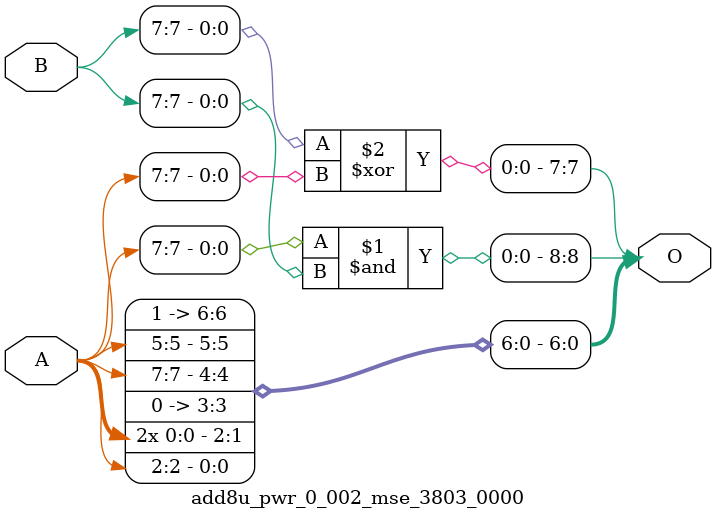
<source format=v>
/***
* This code is a part of EvoApproxLib library (ehw.fit.vutbr.cz/approxlib) distributed under The MIT License.
* When used, please cite the following article(s):  
* This file contains a circuit from a sub-set of pareto optimal circuits with respect to the pwr and mse parameters
***/

// bdd/bw_8/conf_core_1_mae_000052/run.00001.chr
module add8u_pwr_0_002_mse_3803_0000(A, B, O);
  input [7:0] A, B;
  output [8:0] O;
  assign O[8] = A[7] & B[7];
  assign O[3] = 1'b0;
  assign O[7] = B[7] ^ A[7];
  assign O[6] = 1'b1;
  assign O[0] = A[2]; // default output
  assign O[1] = A[0]; // default output
  assign O[2] = A[0]; // default output
  assign O[4] = A[7]; // default output
  assign O[5] = A[5]; // default output
endmodule


// internal reference: cgp-add-bdd.08.add8u_pwr_0_002_mse_3803_0000


</source>
